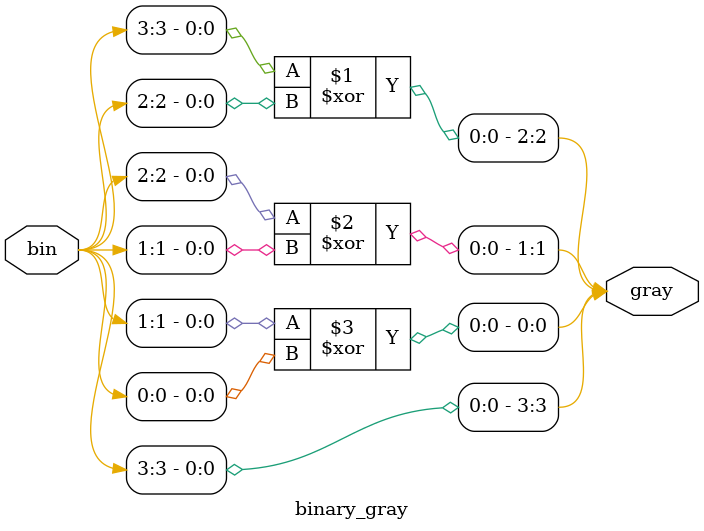
<source format=sv>
`timescale 1ns / 1ps


module binary_gray #(
  parameter N = 4)(
  input     wire[N-1:0] bin,
  output    wire[N-1:0] gray);

  assign gray[N-1] = bin[N-1];

  genvar i;
  
  for (i=N-2; i>=0; i=i-1)
    assign gray[i] = bin[i+1] ^ bin[i];
    
endmodule

</source>
